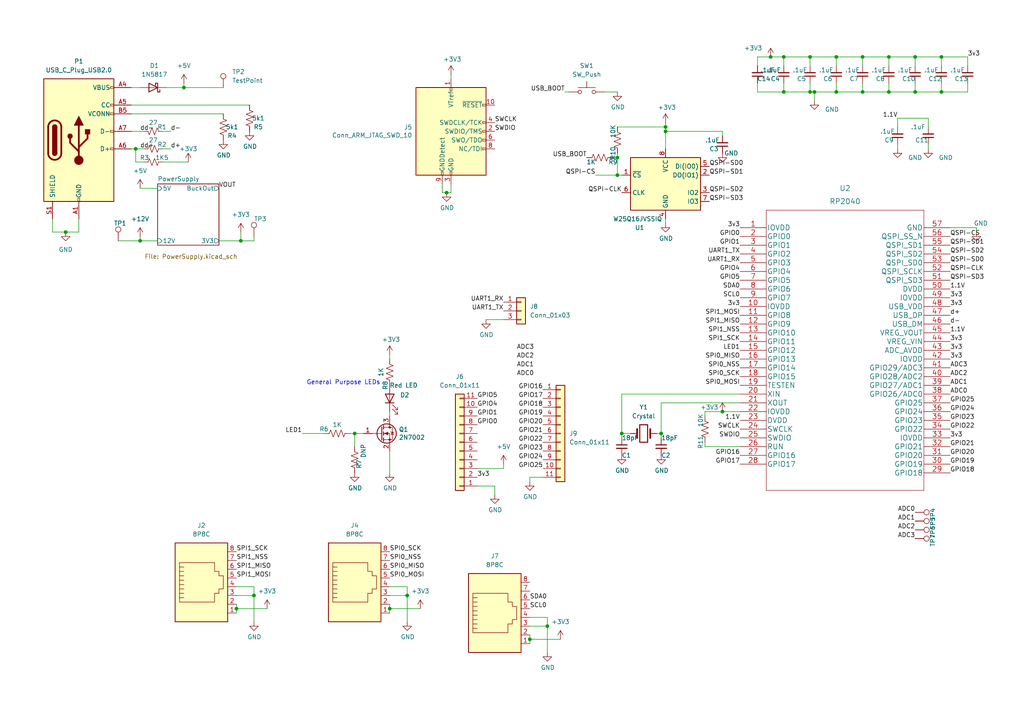
<source format=kicad_sch>
(kicad_sch (version 20211123) (generator eeschema)
  (paper "A4")
  (lib_symbols
    (symbol "Connector:8P8C" (pin_names (offset 1.016))
      (property "Reference" "J" (at -5.08 13.97 0))
      (property "Value" "8P8C" (at 2.54 13.97 0))
      (symbol "8P8C_1_1"
        (pin passive line (at 10.16 -7.62 180) (length 2.54) (name "~") (number "1"))
        (pin passive line (at 10.16 -5.08 180) (length 2.54) (name "~") (number "2"))
        (pin passive line (at 10.16 -2.54 180) (length 2.54) (name "~") (number "3"))
        (pin passive line (at 10.16 0 180) (length 2.54) (name "~") (number "4"))
        (pin passive line (at 10.16 2.54 180) (length 2.54) (name "~") (number "5"))
        (pin passive line (at 10.16 5.08 180) (length 2.54) (name "~") (number "6"))
        (pin passive line (at 10.16 7.62 180) (length 2.54) (name "~") (number "7"))
        (pin passive line (at 10.16 10.16 180) (length 2.54) (name "~") (number "8"))
      )
    )
    (symbol "Connector:Conn_ARM_JTAG_SWD_10" (pin_names (offset 1.016))
      (property "Reference" "J" (at -2.54 16.51 0))
      (property "Value" "Conn_ARM_JTAG_SWD_10" (at -2.54 13.97 0))
      (symbol "Conn_ARM_JTAG_SWD_10_1_1"
        (pin power_in line (at 0 15.24 270) (length 2.54) (name "VTref") (number "1"))
        (pin open_collector line (at 12.7 7.62 180) (length 2.54) (name "~{RESET}") (number "10"))
        (pin bidirectional line (at 12.7 0 180) (length 2.54) (name "SWDIO/TMS") (number "2"))
        (pin power_in line (at 0 -15.24 90) (length 2.54) (name "GND") (number "3"))
        (pin output line (at 12.7 2.54 180) (length 2.54) (name "SWDCLK/TCK") (number "4"))
        (pin passive line (at 0 -15.24 90) (length 2.54) hide (name "GND") (number "5"))
        (pin input line (at 12.7 -2.54 180) (length 2.54) (name "SWO/TDO") (number "6"))
        (pin no_connect line (at -10.16 0 0) (length 2.54) hide (name "KEY") (number "7"))
        (pin output line (at 12.7 -5.08 180) (length 2.54) (name "NC/TDI") (number "8"))
        (pin passive line (at -2.54 -15.24 90) (length 2.54) (name "GNDDetect") (number "9"))
      )
    )
    (symbol "Connector:TestPoint" (pin_numbers hide) (pin_names (offset 0.762) hide)
      (property "Reference" "TP" (at 0 6.858 0))
      (property "Value" "TestPoint" (at 0 5.08 0))
      (symbol "TestPoint_1_1"
        (pin passive line (at 0 0 90) (length 2.54) (name "1") (number "1"))
      )
    )
    (symbol "Connector:USB_C_Plug_USB2.0" (pin_names (offset 1.016))
      (property "Reference" "P" (at -10.16 19.05 0))
      (property "Value" "USB_C_Plug_USB2.0" (at 12.7 19.05 0))
      (symbol "USB_C_Plug_USB2.0_1_1"
        (pin passive line (at 0 -22.86 90) (length 5.08) (name "GND") (number "A1"))
        (pin passive line (at 0 -22.86 90) (length 5.08) hide (name "GND") (number "A12"))
        (pin passive line (at 15.24 15.24 180) (length 5.08) (name "VBUS") (number "A4"))
        (pin bidirectional line (at 15.24 10.16 180) (length 5.08) (name "CC") (number "A5"))
        (pin bidirectional line (at 15.24 -2.54 180) (length 5.08) (name "D+") (number "A6"))
        (pin bidirectional line (at 15.24 2.54 180) (length 5.08) (name "D-") (number "A7"))
        (pin passive line (at 15.24 15.24 180) (length 5.08) hide (name "VBUS") (number "A9"))
        (pin passive line (at 0 -22.86 90) (length 5.08) hide (name "GND") (number "B1"))
        (pin passive line (at 0 -22.86 90) (length 5.08) hide (name "GND") (number "B12"))
        (pin passive line (at 15.24 15.24 180) (length 5.08) hide (name "VBUS") (number "B4"))
        (pin bidirectional line (at 15.24 7.62 180) (length 5.08) (name "VCONN") (number "B5"))
        (pin passive line (at 15.24 15.24 180) (length 5.08) hide (name "VBUS") (number "B9"))
        (pin passive line (at -7.62 -22.86 90) (length 5.08) (name "SHIELD") (number "S1"))
      )
    )
    (symbol "Connector_Generic:Conn_01x03" (pin_names (offset 1.016) hide)
      (property "Reference" "J" (at 0 5.08 0))
      (property "Value" "Conn_01x03" (at 0 -5.08 0))
      (symbol "Conn_01x03_1_1"
        (pin passive line (at -5.08 2.54 0) (length 3.81) (name "Pin_1") (number "1"))
        (pin passive line (at -5.08 0 0) (length 3.81) (name "Pin_2") (number "2"))
        (pin passive line (at -5.08 -2.54 0) (length 3.81) (name "Pin_3") (number "3"))
      )
    )
    (symbol "Connector_Generic:Conn_01x11" (pin_names (offset 1.016) hide)
      (property "Reference" "J" (at 0 15.24 0))
      (property "Value" "Conn_01x11" (at 0 -15.24 0))
      (symbol "Conn_01x11_1_1"
        (pin passive line (at -5.08 12.7 0) (length 3.81) (name "Pin_1") (number "1"))
        (pin passive line (at -5.08 -10.16 0) (length 3.81) (name "Pin_10") (number "10"))
        (pin passive line (at -5.08 -12.7 0) (length 3.81) (name "Pin_11") (number "11"))
        (pin passive line (at -5.08 10.16 0) (length 3.81) (name "Pin_2") (number "2"))
        (pin passive line (at -5.08 7.62 0) (length 3.81) (name "Pin_3") (number "3"))
        (pin passive line (at -5.08 5.08 0) (length 3.81) (name "Pin_4") (number "4"))
        (pin passive line (at -5.08 2.54 0) (length 3.81) (name "Pin_5") (number "5"))
        (pin passive line (at -5.08 0 0) (length 3.81) (name "Pin_6") (number "6"))
        (pin passive line (at -5.08 -2.54 0) (length 3.81) (name "Pin_7") (number "7"))
        (pin passive line (at -5.08 -5.08 0) (length 3.81) (name "Pin_8") (number "8"))
        (pin passive line (at -5.08 -7.62 0) (length 3.81) (name "Pin_9") (number "9"))
      )
    )
    (symbol "Device:C_Small" (pin_numbers hide) (pin_names (offset 0.254) hide)
      (property "Reference" "C" (at 0.254 1.778 0))
      (property "Value" "C_Small" (at 0.254 -2.032 0))
      (symbol "C_Small_1_1"
        (pin passive line (at 0 2.54 270) (length 2.032) (name "~") (number "1"))
        (pin passive line (at 0 -2.54 90) (length 2.032) (name "~") (number "2"))
      )
    )
    (symbol "Device:Crystal" (pin_numbers hide) (pin_names (offset 1.016) hide)
      (property "Reference" "Y" (at 0 3.81 0))
      (property "Value" "Crystal" (at 0 -3.81 0))
      (symbol "Crystal_1_1"
        (pin passive line (at -3.81 0 0) (length 1.27) (name "1") (number "1"))
        (pin passive line (at 3.81 0 180) (length 1.27) (name "2") (number "2"))
      )
    )
    (symbol "Device:LED" (pin_numbers hide) (pin_names (offset 1.016) hide)
      (property "Reference" "D" (at 0 2.54 0))
      (property "Value" "LED" (at 0 -2.54 0))
      (symbol "LED_1_1"
        (pin passive line (at -3.81 0 0) (length 2.54) (name "K") (number "1"))
        (pin passive line (at 3.81 0 180) (length 2.54) (name "A") (number "2"))
      )
    )
    (symbol "Device:R_Small_US" (pin_numbers hide) (pin_names (offset 0.254) hide)
      (property "Reference" "R" (at 0.762 0.508 0))
      (property "Value" "R_Small_US" (at 0.762 -1.016 0))
      (symbol "R_Small_US_1_1"
        (pin passive line (at 0 2.54 270) (length 1.016) (name "~") (number "1"))
        (pin passive line (at 0 -2.54 90) (length 1.016) (name "~") (number "2"))
      )
    )
    (symbol "Device:R_US" (pin_numbers hide) (pin_names (offset 0))
      (property "Reference" "R" (at 2.54 0 90))
      (property "Value" "R_US" (at -2.54 0 90))
      (symbol "R_US_1_1"
        (pin passive line (at 0 3.81 270) (length 1.27) (name "~") (number "1"))
        (pin passive line (at 0 -3.81 90) (length 1.27) (name "~") (number "2"))
      )
    )
    (symbol "Diode:1N5817" (pin_numbers hide) (pin_names (offset 1.016) hide)
      (property "Reference" "D" (at 0 2.54 0))
      (property "Value" "1N5817" (at 0 -2.54 0))
      (symbol "1N5817_1_1"
        (pin passive line (at -3.81 0 0) (length 2.54) (name "K") (number "1"))
        (pin passive line (at 3.81 0 180) (length 2.54) (name "A") (number "2"))
      )
    )
    (symbol "Memory_Flash:W25Q32JVSS"
      (property "Reference" "U?" (at 2.0194 12.7 0))
      (property "Value" "W25Q32JVSS" (at 2.0194 10.16 0))
      (symbol "W25Q32JVSS_1_1"
        (pin input line (at -12.7 2.54 0) (length 2.54) (name "~{CS}") (number "1"))
        (pin bidirectional line (at 12.7 2.54 180) (length 2.54) (name "DO(IO1)") (number "2"))
        (pin bidirectional line (at 12.7 -2.54 180) (length 2.54) (name "IO2") (number "3"))
        (pin power_in line (at 0 -10.16 90) (length 2.54) (name "GND") (number "4"))
        (pin bidirectional line (at 12.7 5.08 180) (length 2.54) (name "DI(IO0)") (number "5"))
        (pin input line (at -12.7 -2.54 0) (length 2.54) (name "CLK") (number "6"))
        (pin bidirectional line (at 12.7 -5.08 180) (length 2.54) (name "IO3") (number "7"))
        (pin power_in line (at 0 10.16 270) (length 2.54) (name "VCC") (number "8"))
      )
    )
    (symbol "RP2040:RP2040" (pin_names (offset 0.254))
      (property "Reference" "U" (at 30.48 10.16 0))
      (property "Value" "RP2040" (at 30.48 7.62 0))
      (symbol "RP2040_1_1"
        (pin power_in line (at 0 0 0) (length 7.62) (name "IOVDD") (number "1"))
        (pin power_in line (at 0 -22.86 0) (length 7.62) (name "IOVDD") (number "10"))
        (pin bidirectional line (at 0 -25.4 0) (length 7.62) (name "GPIO8") (number "11"))
        (pin bidirectional line (at 0 -27.94 0) (length 7.62) (name "GPIO9") (number "12"))
        (pin bidirectional line (at 0 -30.48 0) (length 7.62) (name "GPIO10") (number "13"))
        (pin bidirectional line (at 0 -33.02 0) (length 7.62) (name "GPIO11") (number "14"))
        (pin bidirectional line (at 0 -35.56 0) (length 7.62) (name "GPIO12") (number "15"))
        (pin bidirectional line (at 0 -38.1 0) (length 7.62) (name "GPIO13") (number "16"))
        (pin bidirectional line (at 0 -40.64 0) (length 7.62) (name "GPIO14") (number "17"))
        (pin bidirectional line (at 0 -43.18 0) (length 7.62) (name "GPIO15") (number "18"))
        (pin unspecified line (at 0 -45.72 0) (length 7.62) (name "TESTEN") (number "19"))
        (pin bidirectional line (at 0 -2.54 0) (length 7.62) (name "GPIO0") (number "2"))
        (pin unspecified line (at 0 -48.26 0) (length 7.62) (name "XIN") (number "20"))
        (pin output line (at 0 -50.8 0) (length 7.62) (name "XOUT") (number "21"))
        (pin power_in line (at 0 -53.34 0) (length 7.62) (name "IOVDD") (number "22"))
        (pin power_in line (at 0 -55.88 0) (length 7.62) (name "DVDD") (number "23"))
        (pin unspecified line (at 0 -58.42 0) (length 7.62) (name "SWCLK") (number "24"))
        (pin unspecified line (at 0 -60.96 0) (length 7.62) (name "SWDIO") (number "25"))
        (pin unspecified line (at 0 -63.5 0) (length 7.62) (name "RUN") (number "26"))
        (pin bidirectional line (at 0 -66.04 0) (length 7.62) (name "GPIO16") (number "27"))
        (pin bidirectional line (at 0 -68.58 0) (length 7.62) (name "GPIO17") (number "28"))
        (pin bidirectional line (at 60.96 -71.12 180) (length 7.62) (name "GPIO18") (number "29"))
        (pin bidirectional line (at 0 -5.08 0) (length 7.62) (name "GPIO1") (number "3"))
        (pin bidirectional line (at 60.96 -68.58 180) (length 7.62) (name "GPIO19") (number "30"))
        (pin bidirectional line (at 60.96 -66.04 180) (length 7.62) (name "GPIO20") (number "31"))
        (pin bidirectional line (at 60.96 -63.5 180) (length 7.62) (name "GPIO21") (number "32"))
        (pin power_in line (at 60.96 -60.96 180) (length 7.62) (name "IOVDD") (number "33"))
        (pin bidirectional line (at 60.96 -58.42 180) (length 7.62) (name "GPIO22") (number "34"))
        (pin bidirectional line (at 60.96 -55.88 180) (length 7.62) (name "GPIO23") (number "35"))
        (pin bidirectional line (at 60.96 -53.34 180) (length 7.62) (name "GPIO24") (number "36"))
        (pin bidirectional line (at 60.96 -50.8 180) (length 7.62) (name "GPIO25") (number "37"))
        (pin bidirectional line (at 60.96 -48.26 180) (length 7.62) (name "GPIO26/ADC0") (number "38"))
        (pin bidirectional line (at 60.96 -45.72 180) (length 7.62) (name "GPIO27/ADC1") (number "39"))
        (pin bidirectional line (at 0 -7.62 0) (length 7.62) (name "GPIO2") (number "4"))
        (pin bidirectional line (at 60.96 -43.18 180) (length 7.62) (name "GPIO28/ADC2") (number "40"))
        (pin bidirectional line (at 60.96 -40.64 180) (length 7.62) (name "GPIO29/ADC3") (number "41"))
        (pin power_in line (at 60.96 -38.1 180) (length 7.62) (name "IOVDD") (number "42"))
        (pin power_in line (at 60.96 -35.56 180) (length 7.62) (name "ADC_AVDD") (number "43"))
        (pin unspecified line (at 60.96 -33.02 180) (length 7.62) (name "VREG_VIN") (number "44"))
        (pin output line (at 60.96 -30.48 180) (length 7.62) (name "VREG_VOUT") (number "45"))
        (pin unspecified line (at 60.96 -27.94 180) (length 7.62) (name "USB_DM") (number "46"))
        (pin unspecified line (at 60.96 -25.4 180) (length 7.62) (name "USB_DP") (number "47"))
        (pin power_in line (at 60.96 -22.86 180) (length 7.62) (name "USB_VDD") (number "48"))
        (pin power_in line (at 60.96 -20.32 180) (length 7.62) (name "IOVDD") (number "49"))
        (pin bidirectional line (at 0 -10.16 0) (length 7.62) (name "GPIO3") (number "5"))
        (pin power_in line (at 60.96 -17.78 180) (length 7.62) (name "DVDD") (number "50"))
        (pin bidirectional line (at 60.96 -15.24 180) (length 7.62) (name "QSPI_SD3") (number "51"))
        (pin unspecified line (at 60.96 -12.7 180) (length 7.62) (name "QSPI_SCLK") (number "52"))
        (pin bidirectional line (at 60.96 -10.16 180) (length 7.62) (name "QSPI_SD0") (number "53"))
        (pin bidirectional line (at 60.96 -7.62 180) (length 7.62) (name "QSPI_SD2") (number "54"))
        (pin bidirectional line (at 60.96 -5.08 180) (length 7.62) (name "QSPI_SD1") (number "55"))
        (pin unspecified line (at 60.96 -2.54 180) (length 7.62) (name "QSPI_SS_N") (number "56"))
        (pin power_in line (at 60.96 0 180) (length 7.62) (name "GND") (number "57"))
        (pin bidirectional line (at 0 -12.7 0) (length 7.62) (name "GPIO4") (number "6"))
        (pin bidirectional line (at 0 -15.24 0) (length 7.62) (name "GPIO5") (number "7"))
        (pin bidirectional line (at 0 -17.78 0) (length 7.62) (name "GPIO6") (number "8"))
        (pin bidirectional line (at 0 -20.32 0) (length 7.62) (name "GPIO7") (number "9"))
      )
    )
    (symbol "Switch:SW_Push" (pin_numbers hide) (pin_names (offset 1.016) hide)
      (property "Reference" "SW" (at 1.27 2.54 0))
      (property "Value" "SW_Push" (at 0 -1.524 0))
      (symbol "SW_Push_0_1"
        (pin passive line (at -5.08 0 0) (length 2.54) (name "1") (number "1"))
        (pin passive line (at 5.08 0 180) (length 2.54) (name "2") (number "2"))
      )
    )
    (symbol "Transistor_FET:2N7002" (pin_names hide)
      (property "Reference" "Q" (at 5.08 1.905 0))
      (property "Value" "2N7002" (at 5.08 0 0))
      (symbol "2N7002_1_1"
        (pin input line (at -5.08 0 0) (length 2.54) (name "G") (number "1"))
        (pin passive line (at 2.54 -5.08 90) (length 2.54) (name "S") (number "2"))
        (pin passive line (at 2.54 5.08 270) (length 2.54) (name "D") (number "3"))
      )
    )
    (symbol "power:+12V" (power) (pin_names (offset 0))
      (property "Value" "+12V" (at 0 3.556 0))
      (symbol "+12V_1_1"
        (pin power_in line (at 0 0 90) (length 0) hide (name "+12V") (number "1"))
      )
    )
    (symbol "power:+3V3" (power) (pin_names (offset 0))
      (property "Value" "+3V3" (at 0 3.556 0))
      (symbol "+3V3_1_1"
        (pin power_in line (at 0 0 90) (length 0) hide (name "+3V3") (number "1"))
      )
    )
    (symbol "power:+5V" (power) (pin_names (offset 0))
      (property "Value" "+5V" (at 0 3.556 0))
      (symbol "+5V_1_1"
        (pin power_in line (at 0 0 90) (length 0) hide (name "+5V") (number "1"))
      )
    )
    (symbol "power:GND" (power) (pin_names (offset 0))
      (property "Value" "GND" (at 0 -3.81 0))
      (symbol "GND_1_1"
        (pin power_in line (at 0 0 270) (length 0) hide (name "GND") (number "1"))
      )
    )
  )
  (junction (at 193.04 36.83))
  (junction (at 73.66 172.72))
  (junction (at 19.05 67.31))
  (junction (at 179.07 50.8))
  (junction (at 227.33 26.67))
  (junction (at 40.64 69.85))
  (junction (at 118.11 172.72))
  (junction (at 53.34 25.4))
  (junction (at 236.22 26.67))
  (junction (at 209.55 119.38))
  (junction (at 113.03 176.53))
  (junction (at 242.57 26.67))
  (junction (at 250.19 26.67))
  (junction (at 39.37 43.18))
  (junction (at 193.04 38.1))
  (junction (at 234.95 26.67))
  (junction (at 69.85 69.85))
  (junction (at 68.58 176.53))
  (junction (at 180.34 125.73))
  (junction (at 129.54 55.88))
  (junction (at 158.75 181.61))
  (junction (at 265.43 16.51))
  (junction (at 227.33 16.51))
  (junction (at 153.67 185.42))
  (junction (at 265.43 26.67))
  (junction (at 273.05 16.51))
  (junction (at 223.52 16.51))
  (junction (at 273.05 26.67))
  (junction (at 234.95 16.51))
  (junction (at 242.57 16.51))
  (junction (at 179.07 45.72))
  (junction (at 191.77 125.73))
  (junction (at 102.87 125.73))
  (junction (at 250.19 16.51))
  (junction (at 257.81 26.67))
  (junction (at 257.81 16.51))
  (wire (pts (xy 280.67 26.67) (xy 273.05 26.67)))
  (wire (pts (xy 49.53 38.1) (xy 46.99 38.1)))
  (wire (pts (xy 53.34 24.13) (xy 53.34 25.4)))
  (wire (pts (xy 93.98 125.73) (xy 87.63 125.73)))
  (wire (pts (xy 40.64 69.85) (xy 40.64 68.58)))
  (wire (pts (xy 204.47 119.38) (xy 204.47 120.65)))
  (wire (pts (xy 118.11 170.18) (xy 118.11 172.72)))
  (wire (pts (xy 153.67 138.43) (xy 153.67 139.7)))
  (wire (pts (xy 39.37 46.99) (xy 39.37 43.18)))
  (wire (pts (xy 242.57 16.51) (xy 250.19 16.51)))
  (wire (pts (xy 214.63 129.54) (xy 204.47 129.54)))
  (wire (pts (xy 219.71 16.51) (xy 219.71 19.05)))
  (wire (pts (xy 177.8 45.72) (xy 179.07 45.72)))
  (wire (pts (xy 257.81 16.51) (xy 257.81 19.05)))
  (wire (pts (xy 153.67 185.42) (xy 153.67 186.69)))
  (wire (pts (xy 219.71 26.67) (xy 219.71 24.13)))
  (wire (pts (xy 242.57 26.67) (xy 236.22 26.67)))
  (wire (pts (xy 265.43 26.67) (xy 273.05 26.67)))
  (wire (pts (xy 68.58 176.53) (xy 68.58 175.26)))
  (wire (pts (xy 73.66 69.85) (xy 69.85 69.85)))
  (wire (pts (xy 172.72 50.8) (xy 179.07 50.8)))
  (wire (pts (xy 283.21 66.04) (xy 275.59 66.04)))
  (wire (pts (xy 191.77 116.84) (xy 214.63 116.84)))
  (wire (pts (xy 68.58 170.18) (xy 73.66 170.18)))
  (wire (pts (xy 193.04 36.83) (xy 193.04 38.1)))
  (wire (pts (xy 143.51 140.97) (xy 138.43 140.97)))
  (wire (pts (xy 146.05 135.89) (xy 138.43 135.89)))
  (wire (pts (xy 234.95 26.67) (xy 227.33 26.67)))
  (wire (pts (xy 41.91 46.99) (xy 39.37 46.99)))
  (wire (pts (xy 15.24 63.5) (xy 15.24 67.31)))
  (wire (pts (xy 280.67 24.13) (xy 280.67 26.67)))
  (wire (pts (xy 214.63 114.3) (xy 180.34 114.3)))
  (wire (pts (xy 162.56 185.42) (xy 153.67 185.42)))
  (wire (pts (xy 234.95 16.51) (xy 234.95 19.05)))
  (wire (pts (xy 175.26 26.67) (xy 179.07 26.67)))
  (wire (pts (xy 73.66 172.72) (xy 73.66 180.34)))
  (wire (pts (xy 40.64 54.61) (xy 45.72 54.61)))
  (wire (pts (xy 38.1 33.02) (xy 64.77 33.02)))
  (wire (pts (xy 257.81 26.67) (xy 250.19 26.67)))
  (wire (pts (xy 180.34 114.3) (xy 180.34 125.73)))
  (wire (pts (xy 193.04 35.56) (xy 193.04 36.83)))
  (wire (pts (xy 113.03 170.18) (xy 118.11 170.18)))
  (wire (pts (xy 214.63 119.38) (xy 209.55 119.38)))
  (wire (pts (xy 113.03 176.53) (xy 113.03 177.8)))
  (wire (pts (xy 265.43 16.51) (xy 265.43 19.05)))
  (wire (pts (xy 180.34 125.73) (xy 180.34 127)))
  (wire (pts (xy 179.07 50.8) (xy 179.07 45.72)))
  (wire (pts (xy 130.81 21.59) (xy 130.81 22.86)))
  (wire (pts (xy 34.29 69.85) (xy 40.64 69.85)))
  (wire (pts (xy 193.04 38.1) (xy 193.04 43.18)))
  (wire (pts (xy 146.05 134.62) (xy 146.05 135.89)))
  (wire (pts (xy 257.81 24.13) (xy 257.81 26.67)))
  (wire (pts (xy 250.19 16.51) (xy 257.81 16.51)))
  (wire (pts (xy 242.57 16.51) (xy 242.57 19.05)))
  (wire (pts (xy 68.58 176.53) (xy 68.58 177.8)))
  (wire (pts (xy 140.97 92.71) (xy 146.05 92.71)))
  (wire (pts (xy 234.95 24.13) (xy 234.95 26.67)))
  (wire (pts (xy 113.03 137.16) (xy 113.03 130.81)))
  (wire (pts (xy 121.92 176.53) (xy 113.03 176.53)))
  (wire (pts (xy 209.55 38.1) (xy 209.55 39.37)))
  (wire (pts (xy 69.85 67.31) (xy 69.85 69.85)))
  (wire (pts (xy 143.51 143.51) (xy 143.51 140.97)))
  (wire (pts (xy 38.1 43.18) (xy 39.37 43.18)))
  (wire (pts (xy 101.6 125.73) (xy 102.87 125.73)))
  (wire (pts (xy 113.03 102.87) (xy 113.03 104.14)))
  (wire (pts (xy 260.35 34.29) (xy 269.24 34.29)))
  (wire (pts (xy 158.75 181.61) (xy 158.75 189.23)))
  (wire (pts (xy 46.99 46.99) (xy 54.61 46.99)))
  (wire (pts (xy 191.77 116.84) (xy 191.77 125.73)))
  (wire (pts (xy 163.83 26.67) (xy 165.1 26.67)))
  (wire (pts (xy 118.11 172.72) (xy 118.11 180.34)))
  (wire (pts (xy 209.55 119.38) (xy 204.47 119.38)))
  (wire (pts (xy 265.43 24.13) (xy 265.43 26.67)))
  (wire (pts (xy 265.43 26.67) (xy 257.81 26.67)))
  (wire (pts (xy 242.57 24.13) (xy 242.57 26.67)))
  (wire (pts (xy 283.21 67.31) (xy 283.21 66.04)))
  (wire (pts (xy 182.88 125.73) (xy 180.34 125.73)))
  (wire (pts (xy 257.81 16.51) (xy 265.43 16.51)))
  (wire (pts (xy 102.87 125.73) (xy 105.41 125.73)))
  (wire (pts (xy 273.05 24.13) (xy 273.05 26.67)))
  (wire (pts (xy 269.24 41.91) (xy 269.24 43.18)))
  (wire (pts (xy 223.52 16.51) (xy 227.33 16.51)))
  (wire (pts (xy 227.33 26.67) (xy 219.71 26.67)))
  (wire (pts (xy 102.87 129.54) (xy 102.87 125.73)))
  (wire (pts (xy 113.03 176.53) (xy 113.03 175.26)))
  (wire (pts (xy 158.75 179.07) (xy 158.75 181.61)))
  (wire (pts (xy 22.86 67.31) (xy 19.05 67.31)))
  (wire (pts (xy 45.72 69.85) (xy 40.64 69.85)))
  (wire (pts (xy 72.39 30.48) (xy 38.1 30.48)))
  (wire (pts (xy 69.85 69.85) (xy 63.5 69.85)))
  (wire (pts (xy 236.22 26.67) (xy 236.22 29.21)))
  (wire (pts (xy 260.35 41.91) (xy 260.35 43.18)))
  (wire (pts (xy 227.33 26.67) (xy 227.33 24.13)))
  (wire (pts (xy 219.71 16.51) (xy 223.52 16.51)))
  (wire (pts (xy 53.34 25.4) (xy 64.77 25.4)))
  (wire (pts (xy 236.22 26.67) (xy 234.95 26.67)))
  (wire (pts (xy 153.67 179.07) (xy 158.75 179.07)))
  (wire (pts (xy 157.48 138.43) (xy 153.67 138.43)))
  (wire (pts (xy 260.35 34.29) (xy 260.35 36.83)))
  (wire (pts (xy 269.24 34.29) (xy 269.24 36.83)))
  (wire (pts (xy 179.07 50.8) (xy 180.34 50.8)))
  (wire (pts (xy 128.27 55.88) (xy 129.54 55.88)))
  (wire (pts (xy 158.75 181.61) (xy 153.67 181.61)))
  (wire (pts (xy 179.07 36.83) (xy 193.04 36.83)))
  (wire (pts (xy 39.37 43.18) (xy 41.91 43.18)))
  (wire (pts (xy 153.67 185.42) (xy 153.67 184.15)))
  (wire (pts (xy 48.26 25.4) (xy 53.34 25.4)))
  (wire (pts (xy 113.03 119.38) (xy 113.03 120.65)))
  (wire (pts (xy 118.11 172.72) (xy 113.03 172.72)))
  (wire (pts (xy 193.04 63.5) (xy 193.04 64.77)))
  (wire (pts (xy 49.53 43.18) (xy 46.99 43.18)))
  (wire (pts (xy 191.77 125.73) (xy 190.5 125.73)))
  (wire (pts (xy 250.19 26.67) (xy 242.57 26.67)))
  (wire (pts (xy 193.04 38.1) (xy 209.55 38.1)))
  (wire (pts (xy 22.86 63.5) (xy 22.86 67.31)))
  (wire (pts (xy 38.1 25.4) (xy 40.64 25.4)))
  (wire (pts (xy 128.27 53.34) (xy 128.27 55.88)))
  (wire (pts (xy 38.1 38.1) (xy 41.91 38.1)))
  (wire (pts (xy 191.77 127) (xy 191.77 125.73)))
  (wire (pts (xy 73.66 172.72) (xy 68.58 172.72)))
  (wire (pts (xy 250.19 16.51) (xy 250.19 19.05)))
  (wire (pts (xy 250.19 24.13) (xy 250.19 26.67)))
  (wire (pts (xy 204.47 129.54) (xy 204.47 128.27)))
  (wire (pts (xy 130.81 53.34) (xy 130.81 55.88)))
  (wire (pts (xy 15.24 67.31) (xy 19.05 67.31)))
  (wire (pts (xy 227.33 19.05) (xy 227.33 16.51)))
  (wire (pts (xy 73.66 68.58) (xy 73.66 69.85)))
  (wire (pts (xy 73.66 170.18) (xy 73.66 172.72)))
  (wire (pts (xy 280.67 16.51) (xy 273.05 16.51)))
  (wire (pts (xy 234.95 16.51) (xy 242.57 16.51)))
  (wire (pts (xy 280.67 19.05) (xy 280.67 16.51)))
  (wire (pts (xy 130.81 55.88) (xy 129.54 55.88)))
  (wire (pts (xy 227.33 16.51) (xy 234.95 16.51)))
  (wire (pts (xy 273.05 19.05) (xy 273.05 16.51)))
  (wire (pts (xy 179.07 44.45) (xy 179.07 45.72)))
  (wire (pts (xy 77.47 176.53) (xy 68.58 176.53)))
  (wire (pts (xy 273.05 16.51) (xy 265.43 16.51)))
  (text "General Purpose LEDs" (at 88.9 111.76 0) (effects (font (size 1.27 1.27)) (justify left bottom)))
  (label "GPIO22" (at 275.59 124.46 0))
  (label "UART1_RX" (at 146.05 87.63 180))
  (label "QSPI-CS" (at 275.59 68.58 0))
  (label "SWDIO" (at 214.63 127 180))
  (label "SPI1_SCK" (at 68.58 160.02 0))
  (label "UART1_RX" (at 214.63 76.2 180))
  (label "GPIO4" (at 214.63 78.74 180))
  (label "UART1_TX" (at 146.05 90.17 180))
  (label "SPI0_MOSI" (at 113.03 167.64 0))
  (label "QSPI-SD1" (at 205.74 50.8 0))
  (label "SWCLK" (at 214.63 124.46 180))
  (label "USB_BOOT" (at 170.18 45.72 180))
  (label "SPI1_NSS" (at 68.58 162.56 0))
  (label "GPIO0" (at 138.43 123.19 0))
  (label "GPIO24" (at 157.48 133.35 180))
  (label "SPI1_NSS" (at 214.63 96.52 180))
  (label "GPIO1" (at 138.43 120.65 0))
  (label "GPIO5" (at 138.43 115.57 0))
  (label "LED1" (at 87.63 125.73 180))
  (label "SPI0_MOSI" (at 214.63 111.76 180))
  (label "SPI0_MISO" (at 214.63 104.14 180))
  (label "GPIO18" (at 157.48 118.11 180))
  (label "ADC0" (at 275.59 114.3 0))
  (label "SPI1_MOSI" (at 214.63 91.44 180))
  (label "d+" (at 49.53 43.18 0))
  (label "ADC2" (at 149.86 104.14 0))
  (label "GPIO20" (at 157.48 123.19 180))
  (label "3v3" (at 138.43 138.43 0))
  (label "GPIO22" (at 157.48 128.27 180))
  (label "LED1" (at 214.63 101.6 180))
  (label "SWCLK" (at 143.51 35.56 0))
  (label "GPIO17" (at 157.48 115.57 180))
  (label "GPIO16" (at 214.63 132.08 180))
  (label "USB_BOOT" (at 163.83 26.67 180))
  (label "GPIO5" (at 214.63 81.28 180))
  (label "ADC3" (at 265.43 156.21 180))
  (label "GPIO19" (at 157.48 120.65 180))
  (label "ADC1" (at 265.43 151.13 180))
  (label "1.1V" (at 275.59 83.82 0))
  (label "SDA0" (at 214.63 83.82 180))
  (label "3v3" (at 275.59 104.14 0))
  (label "GPIO25" (at 275.59 116.84 0))
  (label "QSPI-SD3" (at 205.74 58.42 0))
  (label "QSPI-SD0" (at 205.74 48.26 0))
  (label "UART1_TX" (at 214.63 73.66 180))
  (label "RX" (at 389.89 29.21 0))
  (label "3v3" (at 280.67 16.51 0))
  (label "GPIO21" (at 275.59 129.54 0))
  (label "GPIO18" (at 275.59 137.16 0))
  (label "GPIO23" (at 157.48 130.81 180))
  (label "SPI1_MISO" (at 214.63 93.98 180))
  (label "GPIO4" (at 138.43 118.11 0))
  (label "d-" (at 275.59 93.98 0))
  (label "SPI1_MISO" (at 68.58 165.1 0))
  (label "1.1V" (at 275.59 96.52 0))
  (label "dd-" (at 40.64 38.1 0))
  (label "SDA0" (at 153.67 173.99 0))
  (label "GPIO16" (at 157.48 113.03 180))
  (label "GPIO21" (at 157.48 125.73 180))
  (label "QSPI-SD0" (at 275.59 76.2 0))
  (label "QSPI-CLK" (at 275.59 78.74 0))
  (label "SWDIO" (at 143.51 38.1 0))
  (label "QSPI-CLK" (at 180.34 55.88 180))
  (label "SCL0" (at 214.63 86.36 180))
  (label "3v3" (at 214.63 88.9 180))
  (label "ADC0" (at 265.43 148.59 180))
  (label "GPIO23" (at 275.59 121.92 0))
  (label "3v3" (at 275.59 88.9 0))
  (label "SPI0_NSS" (at 214.63 106.68 180))
  (label "3v3" (at 275.59 101.6 0))
  (label "3v3" (at 275.59 86.36 0))
  (label "1.1V" (at 260.35 34.29 180))
  (label "GPIO24" (at 275.59 119.38 0))
  (label "3v3" (at 275.59 127 0))
  (label "ADC0" (at 149.86 109.22 0))
  (label "QSPI-SD2" (at 205.74 55.88 0))
  (label "3v3" (at 214.63 66.04 180))
  (label "GPIO19" (at 275.59 134.62 0))
  (label "SPI0_SCK" (at 214.63 109.22 180))
  (label "QSPI-CS" (at 172.72 50.8 180))
  (label "TX" (at 389.89 26.67 0))
  (label "SPI0_SCK" (at 113.03 160.02 0))
  (label "GPIO25" (at 157.48 135.89 180))
  (label "dd+" (at 40.64 43.18 0))
  (label "ADC1" (at 149.86 106.68 0))
  (label "ADC2" (at 265.43 153.67 180))
  (label "ADC2" (at 275.59 109.22 0))
  (label "ADC3" (at 275.59 106.68 0))
  (label "d+" (at 275.59 91.44 0))
  (label "QSPI-SD2" (at 275.59 73.66 0))
  (label "GPIO1" (at 214.63 71.12 180))
  (label "ADC1" (at 275.59 111.76 0))
  (label "SCL0" (at 153.67 176.53 0))
  (label "ADC3" (at 149.86 101.6 0))
  (label "GPIO0" (at 214.63 68.58 180))
  (label "SPI1_SCK" (at 214.63 99.06 180))
  (label "1.1V" (at 214.63 121.92 180))
  (label "3v3" (at 275.59 99.06 0))
  (label "SPI0_NSS" (at 113.03 162.56 0))
  (label "QSPI-SD3" (at 275.59 81.28 0))
  (label "GPIO20" (at 275.59 132.08 0))
  (label "SPI0_MISO" (at 113.03 165.1 0))
  (label "SPI1_MOSI" (at 68.58 167.64 0))
  (label "d-" (at 49.53 38.1 0))
  (label "QSPI-SD1" (at 275.59 71.12 0))
  (label "GPIO17" (at 214.63 134.62 180))
  (label "VOUT" (at 63.5 54.61 0))
  (symbol (lib_id "Device:LED") (at 113.03 115.57 90) (unit 1)
    (property "Reference" "D2" (at 116.0272 114.5794 90) (effects (justify right)))
    (property "Value" "Red LED" (at 113.03 111.76 90) (effects (justify right)))
    (property "Footprint" "LED_SMD:LED_0603_1608Metric" (effects hide))
    (property "PN" "TJ-S1608SW6TGLC2R-A5" (effects hide))
  )
  (symbol (lib_id "Connector:8P8C") (at 143.51 179.07 0) (unit 1)
    (property "Reference" "J7" (at 143.51 161.29 0))
    (property "Value" "8P8C" (at 143.51 163.83 0))
    (property "Footprint" "Connector_RJ:RJ45_OST_PJ012-8P8CX_Vertical" (effects hide))
  )
  (symbol (lib_id "power:GND") (at 153.67 139.7 0) (unit 1)
    (property "Reference" "#PWR0116" (effects hide))
    (property "Value" "GND" (at 153.797 144.0942 0))
  )
  (symbol (lib_id "Connector:TestPoint") (at 265.43 156.21 270) (unit 1)
    (property "Reference" "TP7" (at 270.51 154.94 0) (effects (justify left)))
    (property "Value" "TestPoint" (effects hide))
    (property "Footprint" "TestPoint:TestPoint_Pad_D1.5mm" (effects hide))
  )
  (symbol (lib_id "Device:C_Small") (at 265.43 21.59 180) (unit 1)
    (property "Reference" "C10" (at 261.62 22.86 0) (effects (justify right)))
    (property "Value" ".1uF" (at 260.35 20.32 0) (effects (justify right)))
    (property "Footprint" "Capacitor_SMD:C_0402_1005Metric_Pad0.74x0.62mm_HandSolder" (effects hide))
  )
  (symbol (lib_id "power:GND") (at 260.35 43.18 0) (unit 1)
    (property "Reference" "#PWR0132" (effects hide))
    (property "Value" "GND" (at 265.43 45.72 0))
  )
  (symbol (lib_id "Connector:TestPoint") (at 64.77 25.4 0) (unit 1)
    (property "Reference" "TP2" (at 67.31 20.8279 0) (effects (justify left)))
    (property "Value" "TestPoint" (at 67.31 23.3679 0) (effects (justify left)))
    (property "Footprint" "TestPoint:TestPoint_Pad_D1.5mm" (effects hide))
  )
  (symbol (lib_id "power:GND") (at 283.21 67.31 0) (unit 1)
    (property "Reference" "#PWR0137" (effects hide))
    (property "Value" "GND" (at 284.48 64.77 0))
  )
  (symbol (lib_id "Device:C_Small") (at 257.81 21.59 180) (unit 1)
    (property "Reference" "C8" (at 254 22.86 0) (effects (justify right)))
    (property "Value" ".1uF" (at 252.73 20.32 0) (effects (justify right)))
    (property "Footprint" "Capacitor_SMD:C_0402_1005Metric_Pad0.74x0.62mm_HandSolder" (effects hide))
  )
  (symbol (lib_id "power:+3V3") (at 209.55 119.38 0) (unit 1)
    (property "Reference" "#PWR0126" (effects hide))
    (property "Value" "+3V3" (at 205.74 118.11 0))
  )
  (symbol (lib_id "power:GND") (at 73.66 180.34 0) (unit 1)
    (property "Reference" "#PWR0118" (effects hide))
    (property "Value" "GND" (at 73.787 184.7342 0))
  )
  (symbol (lib_id "power:+3V3") (at 113.03 102.87 0) (unit 1)
    (property "Reference" "#PWR0115" (effects hide))
    (property "Value" "+3V3" (at 113.411 98.4758 0))
  )
  (symbol (lib_id "Connector:TestPoint") (at 73.66 68.58 0) (unit 1)
    (property "Reference" "TP3" (at 73.66 63.5 0) (effects (justify left)))
    (property "Value" "TestPoint" (effects hide))
    (property "Footprint" "TestPoint:TestPoint_Pad_D1.5mm" (effects hide))
  )
  (symbol (lib_id "Device:R_US") (at 173.99 45.72 90) (unit 1)
    (property "Reference" "R9" (at 177.8 46.99 90))
    (property "Value" "1K" (at 171.45 46.99 90))
    (property "Footprint" "Resistor_SMD:R_0402_1005Metric_Pad0.72x0.64mm_HandSolder" (effects hide))
    (property "Datasheet" "https://datasheet.lcsc.com/szlcsc/YAGEO-RC0402FR-071KL_C106235.pdf" (effects hide))
    (property "PN" "RC0402FR-071KL" (effects hide))
  )
  (symbol (lib_id "Device:R_US") (at 204.47 124.46 0) (unit 1)
    (property "Reference" "R11" (at 203.2 128.27 90))
    (property "Value" "10K" (at 203.2 121.92 90))
    (property "Footprint" "Resistor_SMD:R_0402_1005Metric_Pad0.72x0.64mm_HandSolder" (effects hide))
    (property "Datasheet" "https://datasheet.lcsc.com/szlcsc/YAGEO-RC0402FR-071KL_C106235.pdf" (effects hide))
    (property "PN" "RC0402FR-071KL" (effects hide))
  )
  (symbol (lib_id "Device:C_Small") (at 234.95 21.59 180) (unit 1)
    (property "Reference" "C5" (at 231.14 22.86 0) (effects (justify right)))
    (property "Value" ".1uF" (at 229.87 20.32 0) (effects (justify right)))
    (property "Footprint" "Capacitor_SMD:C_0402_1005Metric_Pad0.74x0.62mm_HandSolder" (effects hide))
  )
  (symbol (lib_id "Device:C_Small") (at 280.67 21.59 180) (unit 1)
    (property "Reference" "C13" (at 276.86 22.86 0) (effects (justify right)))
    (property "Value" ".1uF" (at 275.59 20.32 0) (effects (justify right)))
    (property "Footprint" "Capacitor_SMD:C_0402_1005Metric_Pad0.74x0.62mm_HandSolder" (effects hide))
  )
  (symbol (lib_id "Device:R_US") (at 179.07 40.64 0) (unit 1)
    (property "Reference" "R10" (at 177.8 44.45 90))
    (property "Value" "10K" (at 177.8 38.1 90))
    (property "Footprint" "Resistor_SMD:R_0402_1005Metric_Pad0.72x0.64mm_HandSolder" (effects hide))
    (property "Datasheet" "https://datasheet.lcsc.com/szlcsc/YAGEO-RC0402FR-071KL_C106235.pdf" (effects hide))
    (property "PN" "RC0402FR-071KL" (effects hide))
  )
  (symbol (lib_id "RP2040:RP2040") (at 214.63 66.04 0) (unit 1)
    (property "Reference" "U2" (at 245.11 54.61 0) (effects (font (size 1.524 1.524))))
    (property "Value" "RP2040" (at 245.11 58.42 0) (effects (font (size 1.524 1.524))))
    (property "Footprint" "Package_DFN_QFN:QFN-56-1EP_8x8mm_P0.5mm_EP4.3x4.3mm" (effects hide))
  )
  (symbol (lib_id "power:+5V") (at 53.34 24.13 0) (unit 1)
    (property "Reference" "#PWR0105" (effects hide))
    (property "Value" "+5V" (at 53.34 19.05 0))
  )
  (symbol (lib_id "power:GND") (at 19.05 67.31 0) (unit 1)
    (property "Reference" "#PWR0110" (effects hide))
    (property "Value" "GND" (at 19.05 72.39 0))
  )
  (symbol (lib_id "power:GND") (at 269.24 43.18 0) (unit 1)
    (property "Reference" "#PWR0133" (effects hide))
    (property "Value" "GND" (at 274.32 45.72 0))
  )
  (symbol (lib_id "Device:R_US") (at 102.87 133.35 0) (unit 1)
    (property "Reference" "R7" (at 104.14 134.62 90))
    (property "Value" "DNP" (at 105.41 130.81 90))
    (property "Footprint" "Resistor_SMD:R_0402_1005Metric_Pad0.72x0.64mm_HandSolder" (effects hide))
  )
  (symbol (lib_id "power:GND") (at 102.87 137.16 0) (unit 1)
    (property "Reference" "#PWR0117" (effects hide))
    (property "Value" "GND" (at 102.997 141.5542 0))
  )
  (symbol (lib_id "Connector:TestPoint") (at 265.43 148.59 270) (unit 1)
    (property "Reference" "TP4" (at 270.51 147.32 0) (effects (justify left)))
    (property "Value" "TestPoint" (effects hide))
    (property "Footprint" "TestPoint:TestPoint_Pad_D1.5mm" (effects hide))
  )
  (symbol (lib_id "Device:C_Small") (at 209.55 41.91 180) (unit 1)
    (property "Reference" "C3" (at 205.74 43.18 0) (effects (justify right)))
    (property "Value" ".1uF" (at 204.47 40.64 0) (effects (justify right)))
    (property "Footprint" "Capacitor_SMD:C_0402_1005Metric_Pad0.74x0.62mm_HandSolder" (effects hide))
  )
  (symbol (lib_id "Device:C_Small") (at 269.24 39.37 180) (unit 1)
    (property "Reference" "C11" (at 265.43 40.64 0) (effects (justify right)))
    (property "Value" ".1uF" (at 264.16 36.83 0) (effects (justify right)))
    (property "Footprint" "Capacitor_SMD:C_0402_1005Metric_Pad0.74x0.62mm_HandSolder" (effects hide))
  )
  (symbol (lib_id "Switch:SW_Push") (at 170.18 26.67 0) (unit 1)
    (property "Reference" "SW1" (at 170.18 19.05 0))
    (property "Value" "SW_Push" (at 170.18 21.59 0))
    (property "Footprint" "Button_Switch_SMD:SW_Push_1P1T_NO_Vertical_Wuerth_434133025816" (effects hide))
  )
  (symbol (lib_id "power:+3V3") (at 121.92 176.53 0) (unit 1)
    (property "Reference" "#PWR0120" (effects hide))
    (property "Value" "+3V3" (at 121.92 171.45 0))
  )
  (symbol (lib_id "Device:R_Small_US") (at 44.45 46.99 270) (unit 1)
    (property "Reference" "R3" (at 41.91 45.72 90))
    (property "Value" "1K5" (at 46.99 45.72 90))
    (property "Footprint" "Resistor_SMD:R_0402_1005Metric_Pad0.72x0.64mm_HandSolder" (effects hide))
  )
  (symbol (lib_id "power:GND") (at 118.11 180.34 0) (unit 1)
    (property "Reference" "#PWR0121" (effects hide))
    (property "Value" "GND" (at 118.237 184.7342 0))
  )
  (symbol (lib_id "Connector:8P8C") (at 102.87 170.18 0) (unit 1)
    (property "Reference" "J4" (at 102.87 152.4 0))
    (property "Value" "8P8C" (at 102.87 154.94 0))
    (property "Footprint" "Connector_RJ:RJ45_OST_PJ012-8P8CX_Vertical" (effects hide))
  )
  (symbol (lib_id "power:+3V3") (at 77.47 176.53 0) (unit 1)
    (property "Reference" "#PWR0119" (effects hide))
    (property "Value" "+3V3" (at 77.47 171.45 0))
  )
  (symbol (lib_id "Connector_Generic:Conn_01x11") (at 133.35 128.27 180) (unit 1)
    (property "Reference" "J6" (at 133.35 109.22 0))
    (property "Value" "Conn_01x11" (at 133.35 111.76 0))
    (property "Footprint" "Connector_PinHeader_2.54mm:PinHeader_1x11_P2.54mm_Vertical_SMD_Pin1Left" (effects hide))
  )
  (symbol (lib_id "Device:R_US") (at 97.79 125.73 270) (unit 1)
    (property "Reference" "R6" (at 93.98 124.46 90))
    (property "Value" "1K" (at 97.79 123.19 90))
    (property "Footprint" "Resistor_SMD:R_0402_1005Metric_Pad0.72x0.64mm_HandSolder" (effects hide))
    (property "Datasheet" "https://datasheet.lcsc.com/szlcsc/YAGEO-RC0402FR-071KL_C106235.pdf" (effects hide))
    (property "PN" "RC0402FR-071KL" (effects hide))
  )
  (symbol (lib_id "Connector:TestPoint") (at 265.43 153.67 270) (unit 1)
    (property "Reference" "TP6" (at 270.51 152.4 0) (effects (justify left)))
    (property "Value" "TestPoint" (effects hide))
    (property "Footprint" "TestPoint:TestPoint_Pad_D1.5mm" (effects hide))
  )
  (symbol (lib_id "Device:C_Small") (at 273.05 21.59 180) (unit 1)
    (property "Reference" "C12" (at 269.24 22.86 0) (effects (justify right)))
    (property "Value" ".1uF" (at 267.97 20.32 0) (effects (justify right)))
    (property "Footprint" "Capacitor_SMD:C_0402_1005Metric_Pad0.74x0.62mm_HandSolder" (effects hide))
  )
  (symbol (lib_id "power:+3V3") (at 69.85 67.31 0) (unit 1)
    (property "Reference" "#PWR0107" (effects hide))
    (property "Value" "+3V3" (at 69.85 62.23 0))
  )
  (symbol (lib_id "Device:C_Small") (at 250.19 21.59 180) (unit 1)
    (property "Reference" "C7" (at 246.38 22.86 0) (effects (justify right)))
    (property "Value" ".1uF" (at 245.11 20.32 0) (effects (justify right)))
    (property "Footprint" "Capacitor_SMD:C_0402_1005Metric_Pad0.74x0.62mm_HandSolder" (effects hide))
  )
  (symbol (lib_id "power:GND") (at 236.22 29.21 0) (unit 1)
    (property "Reference" "#PWR0108" (effects hide))
    (property "Value" "GND" (at 241.3 31.75 0))
  )
  (symbol (lib_id "Connector:Conn_ARM_JTAG_SWD_10") (at 130.81 38.1 0) (unit 1)
    (property "Reference" "J5" (at 119.5578 36.9316 0) (effects (justify right)))
    (property "Value" "Conn_ARM_JTAG_SWD_10" (at 119.5578 39.243 0) (effects (justify right)))
    (property "Footprint" "Connector:Tag-Connect_TC2050-IDC-NL_2x05_P1.27mm_Vertical" (effects hide))
    (property "Datasheet" "http://infocenter.arm.com/help/topic/com.arm.doc.ddi0314h/DDI0314H_coresight_components_trm.pdf" (effects hide))
  )
  (symbol (lib_id "power:+3V3") (at 162.56 185.42 0) (unit 1)
    (property "Reference" "#PWR0124" (effects hide))
    (property "Value" "+3V3" (at 162.56 180.34 0))
  )
  (symbol (lib_id "power:+12V") (at 40.64 68.58 0) (unit 1)
    (property "Reference" "#PWR0106" (effects hide))
    (property "Value" "+12V" (at 40.64 63.5 0))
  )
  (symbol (lib_id "Device:C_Small") (at 219.71 21.59 0) (mirror x) (unit 1)
    (property "Reference" "C14" (at 223.52 22.86 0) (effects (justify right)))
    (property "Value" ".1uF" (at 224.79 20.32 0) (effects (justify right)))
    (property "Footprint" "Capacitor_SMD:C_0402_1005Metric_Pad0.74x0.62mm_HandSolder" (effects hide))
  )
  (symbol (lib_id "power:GND") (at 140.97 92.71 0) (unit 1)
    (property "Reference" "#PWR0113" (effects hide))
    (property "Value" "GND" (at 141.097 97.1042 0))
  )
  (symbol (lib_id "Device:Crystal") (at 186.69 125.73 0) (unit 1)
    (property "Reference" "Y1" (at 186.69 118.11 0))
    (property "Value" "Crystal" (at 186.69 120.65 0))
    (property "Footprint" "Crystal:Crystal_HC49-4H_Vertical" (effects hide))
  )
  (symbol (lib_id "Transistor_FET:2N7002") (at 110.49 125.73 0) (unit 1)
    (property "Reference" "Q1" (at 115.6716 124.5616 0) (effects (justify left)))
    (property "Value" "2N7002" (at 115.6716 126.873 0) (effects (justify left)))
    (property "Footprint" "Package_TO_SOT_SMD:SOT-23" (effects hide))
    (property "Datasheet" "https://www.fairchildsemi.com/datasheets/2N/2N7002.pdf" (effects hide))
    (property "PN" "2N7002" (effects hide))
  )
  (symbol (lib_id "Device:C_Small") (at 191.77 129.54 0) (unit 1)
    (property "Reference" "C2" (at 191.77 132.08 0) (effects (justify left)))
    (property "Value" "18pF" (at 191.77 127 0) (effects (justify left)))
    (property "Footprint" "Inductor_SMD:L_0402_1005Metric" (effects hide))
    (property "Datasheet" "https://datasheet.lcsc.com/szlcsc/YAGEO-CC0402JRNPO9BN200_C107000.pdf" (effects hide))
    (property "PN" "CC0402JRNPO9BN200" (effects hide))
  )
  (symbol (lib_id "power:+5V") (at 146.05 134.62 0) (unit 1)
    (property "Reference" "#PWR0111" (effects hide))
    (property "Value" "+5V" (at 146.05 129.54 0))
  )
  (symbol (lib_id "Device:C_Small") (at 242.57 21.59 180) (unit 1)
    (property "Reference" "C6" (at 238.76 22.86 0) (effects (justify right)))
    (property "Value" ".1uF" (at 237.49 20.32 0) (effects (justify right)))
    (property "Footprint" "Capacitor_SMD:C_0402_1005Metric_Pad0.74x0.62mm_HandSolder" (effects hide))
  )
  (symbol (lib_id "power:GND") (at 191.77 132.08 0) (unit 1)
    (property "Reference" "#PWR0127" (effects hide))
    (property "Value" "GND" (at 191.897 136.4742 0))
  )
  (symbol (lib_id "power:GND") (at 158.75 189.23 0) (unit 1)
    (property "Reference" "#PWR0123" (effects hide))
    (property "Value" "GND" (at 158.877 193.6242 0))
  )
  (symbol (lib_id "Device:C_Small") (at 260.35 39.37 180) (unit 1)
    (property "Reference" "C9" (at 256.54 40.64 0) (effects (justify right)))
    (property "Value" ".1uF" (at 255.27 38.1 0) (effects (justify right)))
    (property "Footprint" "Capacitor_SMD:C_0402_1005Metric_Pad0.74x0.62mm_HandSolder" (effects hide))
  )
  (symbol (lib_id "Connector:TestPoint") (at 265.43 151.13 270) (unit 1)
    (property "Reference" "TP5" (at 270.51 149.86 0) (effects (justify left)))
    (property "Value" "TestPoint" (effects hide))
    (property "Footprint" "TestPoint:TestPoint_Pad_D1.5mm" (effects hide))
  )
  (symbol (lib_id "Device:R_US") (at 64.77 36.83 0) (unit 1)
    (property "Reference" "R4" (at 67.31 39.37 0))
    (property "Value" "5k1" (at 67.31 36.83 0))
    (property "Footprint" "Resistor_SMD:R_0402_1005Metric_Pad0.72x0.64mm_HandSolder" (effects hide))
    (property "Datasheet" "https://datasheet.lcsc.com/szlcsc/YAGEO-RC0402JR-075K1L_C105873.pdf" (effects hide))
    (property "PN" "RC0402JR-075K1L" (effects hide))
  )
  (symbol (lib_id "Memory_Flash:W25Q32JVSS") (at 193.04 53.34 0) (unit 1)
    (property "Reference" "U1" (at 184.15 66.04 0) (effects (justify left)))
    (property "Value" "W25Q16JVSSIQ" (at 177.8 63.5 0) (effects (justify left)))
    (property "Footprint" "Package_SO:SOIC-8_5.23x5.23mm_P1.27mm" (effects hide))
    (property "Datasheet" "http://www.winbond.com/resource-files/w25q32jv%20revg%2003272018%20plus.pdf" (effects hide))
  )
  (symbol (lib_id "power:GND") (at 179.07 26.67 0) (unit 1)
    (property "Reference" "#PWR0128" (effects hide))
    (property "Value" "GND" (at 179.197 31.0642 0))
  )
  (symbol (lib_id "Device:R_Small_US") (at 44.45 38.1 90) (mirror x) (unit 1)
    (property "Reference" "R1" (at 46.99 36.83 90))
    (property "Value" "27" (at 44.45 35.56 90))
    (property "Footprint" "Resistor_SMD:R_0402_1005Metric_Pad0.72x0.64mm_HandSolder" (effects hide))
  )
  (symbol (lib_id "power:GND") (at 129.54 55.88 0) (unit 1)
    (property "Reference" "#PWR0129" (effects hide))
    (property "Value" "GND" (at 129.667 60.2742 0))
  )
  (symbol (lib_id "power:GND") (at 143.51 143.51 0) (unit 1)
    (property "Reference" "#PWR0122" (effects hide))
    (property "Value" "GND" (at 143.637 147.9042 0))
  )
  (symbol (lib_id "power:GND") (at 180.34 132.08 0) (unit 1)
    (property "Reference" "#PWR0125" (effects hide))
    (property "Value" "GND" (at 180.467 136.4742 0))
  )
  (symbol (lib_id "Connector_Generic:Conn_01x03") (at 151.13 90.17 0) (unit 1)
    (property "Reference" "J8" (at 153.67 88.8999 0) (effects (justify left)))
    (property "Value" "Conn_01x03" (at 153.67 91.4399 0) (effects (justify left)))
    (property "Footprint" "Connector_PinHeader_2.54mm:PinHeader_1x03_P2.54mm_Vertical" (effects hide))
  )
  (symbol (lib_id "Connector:USB_C_Plug_USB2.0") (at 22.86 40.64 0) (unit 1)
    (property "Reference" "P1" (at 22.86 17.78 0))
    (property "Value" "USB_C_Plug_USB2.0" (at 22.86 20.32 0))
    (property "Footprint" "Connector_USB:USB_C_Receptacle_XKB_U262-16XN-4BVC11" (effects hide))
    (property "Datasheet" "https://www.usb.org/sites/default/files/documents/usb_type-c.zip" (effects hide))
  )
  (symbol (lib_id "Device:R_US") (at 113.03 107.95 0) (unit 1)
    (property "Reference" "R8" (at 111.76 111.76 90))
    (property "Value" "1K" (at 110.49 107.95 90))
    (property "Footprint" "Resistor_SMD:R_0402_1005Metric_Pad0.72x0.64mm_HandSolder" (effects hide))
    (property "Datasheet" "https://datasheet.lcsc.com/szlcsc/YAGEO-RC0402FR-071KL_C106235.pdf" (effects hide))
    (property "PN" "RC0402FR-071KL" (effects hide))
  )
  (symbol (lib_id "power:+5V") (at 40.64 54.61 0) (unit 1)
    (property "Reference" "#PWR0104" (effects hide))
    (property "Value" "+5V" (at 40.64 49.53 0))
  )
  (symbol (lib_id "power:+3V3") (at 193.04 35.56 0) (unit 1)
    (property "Reference" "#PWR0134" (effects hide))
    (property "Value" "+3V3" (at 193.421 31.1658 0))
  )
  (symbol (lib_id "Connector:TestPoint") (at 34.29 69.85 0) (unit 1)
    (property "Reference" "TP1" (at 33.02 64.77 0) (effects (justify left)))
    (property "Value" "TestPoint" (effects hide))
    (property "Footprint" "TestPoint:TestPoint_Pad_D1.5mm" (effects hide))
  )
  (symbol (lib_id "power:+3V3") (at 223.52 16.51 0) (unit 1)
    (property "Reference" "#PWR0135" (effects hide))
    (property "Value" "+3V3" (at 218.44 13.97 0))
  )
  (symbol (lib_id "Diode:1N5817") (at 44.45 25.4 180) (unit 1)
    (property "Reference" "D1" (at 44.7675 19.05 0))
    (property "Value" "1N5817" (at 44.7675 21.59 0))
    (property "Footprint" "Diode_SMD:D_SOD-323" (effects hide))
    (property "Datasheet" "http://www.vishay.com/docs/88525/1n5817.pdf" (effects hide))
  )
  (symbol (lib_id "Connector_Generic:Conn_01x11") (at 162.56 125.73 0) (unit 1)
    (property "Reference" "J9" (at 165.1 125.7299 0) (effects (justify left)))
    (property "Value" "Conn_01x11" (at 165.1 128.2699 0) (effects (justify left)))
    (property "Footprint" "Connector_PinHeader_2.54mm:PinHeader_1x11_P2.54mm_Vertical_SMD_Pin1Left" (effects hide))
  )
  (symbol (lib_id "power:GND") (at 64.77 40.64 0) (unit 1)
    (property "Reference" "#PWR0101" (effects hide))
    (property "Value" "GND" (at 64.897 45.0342 0))
  )
  (symbol (lib_id "power:+3V3") (at 54.61 46.99 0) (unit 1)
    (property "Reference" "#PWR0103" (effects hide))
    (property "Value" "+3V3" (at 54.61 43.18 0))
  )
  (symbol (lib_id "power:GND") (at 209.55 44.45 0) (unit 1)
    (property "Reference" "#PWR0136" (effects hide))
    (property "Value" "GND" (at 212.09 44.45 0))
  )
  (symbol (lib_id "Device:R_US") (at 72.39 34.29 0) (unit 1)
    (property "Reference" "R5" (at 74.93 36.83 0))
    (property "Value" "5k1" (at 74.93 34.29 0))
    (property "Footprint" "Resistor_SMD:R_0402_1005Metric_Pad0.72x0.64mm_HandSolder" (effects hide))
    (property "Datasheet" "https://datasheet.lcsc.com/szlcsc/YAGEO-RC0402JR-075K1L_C105873.pdf" (effects hide))
    (property "PN" "RC0402JR-075K1L" (effects hide))
  )
  (symbol (lib_id "power:GND") (at 193.04 64.77 0) (unit 1)
    (property "Reference" "#PWR0131" (effects hide))
    (property "Value" "GND" (at 193.167 69.1642 0))
  )
  (symbol (lib_id "Device:C_Small") (at 227.33 21.59 180) (unit 1)
    (property "Reference" "C4" (at 223.52 22.86 0) (effects (justify right)))
    (property "Value" ".1uF" (at 222.25 20.32 0) (effects (justify right)))
    (property "Footprint" "Capacitor_SMD:C_0402_1005Metric_Pad0.74x0.62mm_HandSolder" (effects hide))
  )
  (symbol (lib_id "power:GND") (at 113.03 137.16 0) (unit 1)
    (property "Reference" "#PWR0114" (effects hide))
    (property "Value" "GND" (at 113.157 141.5542 0))
  )
  (symbol (lib_id "Device:R_Small_US") (at 44.45 43.18 270) (unit 1)
    (property "Reference" "R2" (at 46.99 41.91 90))
    (property "Value" "27" (at 44.45 40.64 90))
    (property "Footprint" "Resistor_SMD:R_0402_1005Metric_Pad0.72x0.64mm_HandSolder" (effects hide))
  )
  (symbol (lib_id "power:+3V3") (at 130.81 21.59 0) (unit 1)
    (property "Reference" "#PWR0130" (effects hide))
    (property "Value" "+3V3" (at 131.191 17.1958 0))
  )
  (symbol (lib_id "power:GND") (at 72.39 38.1 0) (unit 1)
    (property "Reference" "#PWR0102" (effects hide))
    (property "Value" "GND" (at 72.517 42.4942 0))
  )
  (symbol (lib_id "Connector:8P8C") (at 58.42 170.18 0) (unit 1)
    (property "Reference" "J2" (at 58.42 152.4 0))
    (property "Value" "8P8C" (at 58.42 154.94 0))
    (property "Footprint" "Connector_RJ:RJ45_OST_PJ012-8P8CX_Vertical" (effects hide))
  )
  (symbol (lib_id "Device:C_Small") (at 180.34 129.54 0) (unit 1)
    (property "Reference" "C1" (at 180.34 132.08 0) (effects (justify left)))
    (property "Value" "18pF" (at 180.34 127 0) (effects (justify left)))
    (property "Footprint" "Inductor_SMD:L_0402_1005Metric" (effects hide))
    (property "Datasheet" "https://datasheet.lcsc.com/szlcsc/YAGEO-CC0402JRNPO9BN200_C107000.pdf" (effects hide))
    (property "PN" "CC0402JRNPO9BN200" (effects hide))
  )
  (sheet (at 45.72 53.34) (size 17.78 17.78) (stroke (width 0.1524))
    (property "Sheet name" "PowerSupply" (at 45.72 52.6284 0) (effects (justify left bottom)))
    (property "Sheet file" "PowerSupply.kicad_sch" (at 41.91 73.66 0) (effects (justify left top)))
    (pin "5V" input (at 45.72 54.61 180))
    (pin "12V" input (at 45.72 69.85 180))
    (pin "BuckOut" output (at 63.5 54.61 0))
    (pin "3V3" output (at 63.5 69.85 0))
  )
)
</source>
